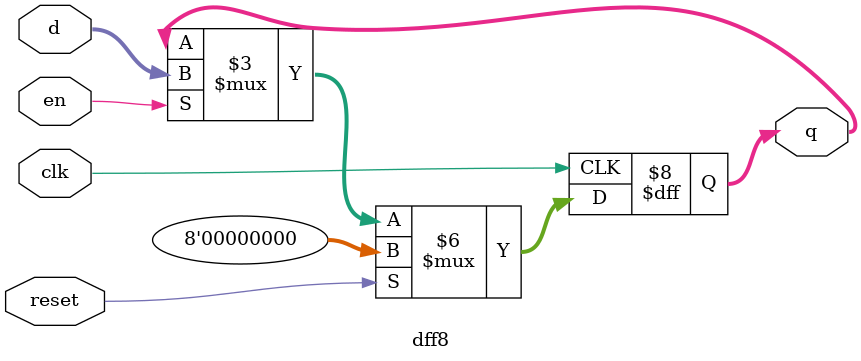
<source format=v>


// Inputs:
//
// clk -- clock signal
// reset -- when high, sets output to 0 on clock positive edge
// en -- enable latch
// d -- data input

// Outputs:
//
// q -- data output

module dff8(clk, reset, en, d, q);

    parameter DATA_WIDTH = 8;

    input clk;
    input reset;
    input en;
    input signed [DATA_WIDTH-1:0] d;
    output reg signed [DATA_WIDTH-1:0] q;

    always @(posedge clk) begin

        if (reset) begin
            q <= 0;
        end  // if (reset == 1'b1)

        else if (en) begin
            q <= d;
        end  // else if (en)

        else begin  // expecting this to get synthesized away (remove otherwise)
            q <= q;
        end  // else

    end  // always @(posedge clk)

endmodule  // dff8

</source>
